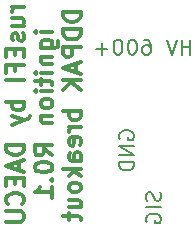
<source format=gbo>
G04 (created by PCBNEW (2013-07-07 BZR 4022)-stable) date 24/10/2014 07:26:06*
%MOIN*%
G04 Gerber Fmt 3.4, Leading zero omitted, Abs format*
%FSLAX34Y34*%
G01*
G70*
G90*
G04 APERTURE LIST*
%ADD10C,0.00590551*%
%ADD11C,0.005*%
%ADD12C,0.011811*%
G04 APERTURE END LIST*
G54D10*
G54D11*
X88371Y-64302D02*
X88371Y-63802D01*
X88371Y-64040D02*
X88085Y-64040D01*
X88085Y-64302D02*
X88085Y-63802D01*
X87919Y-63802D02*
X87752Y-64302D01*
X87585Y-63802D01*
X86823Y-63802D02*
X86919Y-63802D01*
X86966Y-63826D01*
X86990Y-63850D01*
X87038Y-63921D01*
X87061Y-64016D01*
X87061Y-64207D01*
X87038Y-64254D01*
X87014Y-64278D01*
X86966Y-64302D01*
X86871Y-64302D01*
X86823Y-64278D01*
X86800Y-64254D01*
X86776Y-64207D01*
X86776Y-64088D01*
X86800Y-64040D01*
X86823Y-64016D01*
X86871Y-63992D01*
X86966Y-63992D01*
X87014Y-64016D01*
X87038Y-64040D01*
X87061Y-64088D01*
X86466Y-63802D02*
X86419Y-63802D01*
X86371Y-63826D01*
X86347Y-63850D01*
X86323Y-63897D01*
X86300Y-63992D01*
X86300Y-64111D01*
X86323Y-64207D01*
X86347Y-64254D01*
X86371Y-64278D01*
X86419Y-64302D01*
X86466Y-64302D01*
X86514Y-64278D01*
X86538Y-64254D01*
X86561Y-64207D01*
X86585Y-64111D01*
X86585Y-63992D01*
X86561Y-63897D01*
X86538Y-63850D01*
X86514Y-63826D01*
X86466Y-63802D01*
X85990Y-63802D02*
X85942Y-63802D01*
X85895Y-63826D01*
X85871Y-63850D01*
X85847Y-63897D01*
X85823Y-63992D01*
X85823Y-64111D01*
X85847Y-64207D01*
X85871Y-64254D01*
X85895Y-64278D01*
X85942Y-64302D01*
X85990Y-64302D01*
X86038Y-64278D01*
X86061Y-64254D01*
X86085Y-64207D01*
X86109Y-64111D01*
X86109Y-63992D01*
X86085Y-63897D01*
X86061Y-63850D01*
X86038Y-63826D01*
X85990Y-63802D01*
X85609Y-64111D02*
X85228Y-64111D01*
X85419Y-64302D02*
X85419Y-63921D01*
X87378Y-68888D02*
X87402Y-68959D01*
X87402Y-69078D01*
X87378Y-69126D01*
X87354Y-69150D01*
X87307Y-69173D01*
X87259Y-69173D01*
X87211Y-69150D01*
X87188Y-69126D01*
X87164Y-69078D01*
X87140Y-68983D01*
X87116Y-68935D01*
X87092Y-68911D01*
X87045Y-68888D01*
X86997Y-68888D01*
X86950Y-68911D01*
X86926Y-68935D01*
X86902Y-68983D01*
X86902Y-69102D01*
X86926Y-69173D01*
X87402Y-69388D02*
X86902Y-69388D01*
X86926Y-69888D02*
X86902Y-69840D01*
X86902Y-69769D01*
X86926Y-69697D01*
X86973Y-69650D01*
X87021Y-69626D01*
X87116Y-69602D01*
X87188Y-69602D01*
X87283Y-69626D01*
X87330Y-69650D01*
X87378Y-69697D01*
X87402Y-69769D01*
X87402Y-69816D01*
X87378Y-69888D01*
X87354Y-69911D01*
X87188Y-69911D01*
X87188Y-69816D01*
X86026Y-67119D02*
X86002Y-67071D01*
X86002Y-67000D01*
X86026Y-66928D01*
X86073Y-66880D01*
X86121Y-66857D01*
X86216Y-66833D01*
X86288Y-66833D01*
X86383Y-66857D01*
X86430Y-66880D01*
X86478Y-66928D01*
X86502Y-67000D01*
X86502Y-67047D01*
X86478Y-67119D01*
X86454Y-67142D01*
X86288Y-67142D01*
X86288Y-67047D01*
X86502Y-67357D02*
X86002Y-67357D01*
X86502Y-67642D01*
X86002Y-67642D01*
X86502Y-67880D02*
X86002Y-67880D01*
X86002Y-68000D01*
X86026Y-68071D01*
X86073Y-68119D01*
X86121Y-68142D01*
X86216Y-68166D01*
X86288Y-68166D01*
X86383Y-68142D01*
X86430Y-68119D01*
X86478Y-68071D01*
X86502Y-68000D01*
X86502Y-67880D01*
G54D12*
X82839Y-62728D02*
X82445Y-62728D01*
X82557Y-62728D02*
X82501Y-62756D01*
X82473Y-62784D01*
X82445Y-62841D01*
X82445Y-62897D01*
X82445Y-63347D02*
X82839Y-63347D01*
X82445Y-63094D02*
X82754Y-63094D01*
X82810Y-63122D01*
X82839Y-63178D01*
X82839Y-63262D01*
X82810Y-63319D01*
X82782Y-63347D01*
X82810Y-63600D02*
X82839Y-63656D01*
X82839Y-63769D01*
X82810Y-63825D01*
X82754Y-63853D01*
X82726Y-63853D01*
X82670Y-63825D01*
X82642Y-63769D01*
X82642Y-63684D01*
X82614Y-63628D01*
X82557Y-63600D01*
X82529Y-63600D01*
X82473Y-63628D01*
X82445Y-63684D01*
X82445Y-63769D01*
X82473Y-63825D01*
X82529Y-64106D02*
X82529Y-64303D01*
X82839Y-64387D02*
X82839Y-64106D01*
X82248Y-64106D01*
X82248Y-64387D01*
X82529Y-64837D02*
X82529Y-64640D01*
X82839Y-64640D02*
X82248Y-64640D01*
X82248Y-64922D01*
X82839Y-65147D02*
X82248Y-65147D01*
X82839Y-65878D02*
X82248Y-65878D01*
X82473Y-65878D02*
X82445Y-65934D01*
X82445Y-66046D01*
X82473Y-66103D01*
X82501Y-66131D01*
X82557Y-66159D01*
X82726Y-66159D01*
X82782Y-66131D01*
X82810Y-66103D01*
X82839Y-66046D01*
X82839Y-65934D01*
X82810Y-65878D01*
X82445Y-66356D02*
X82839Y-66496D01*
X82445Y-66637D02*
X82839Y-66496D01*
X82979Y-66440D01*
X83007Y-66412D01*
X83035Y-66356D01*
X82839Y-67312D02*
X82248Y-67312D01*
X82248Y-67452D01*
X82276Y-67537D01*
X82332Y-67593D01*
X82389Y-67621D01*
X82501Y-67649D01*
X82585Y-67649D01*
X82698Y-67621D01*
X82754Y-67593D01*
X82810Y-67537D01*
X82839Y-67452D01*
X82839Y-67312D01*
X82670Y-67874D02*
X82670Y-68156D01*
X82839Y-67818D02*
X82248Y-68015D01*
X82839Y-68212D01*
X82529Y-68409D02*
X82529Y-68605D01*
X82839Y-68690D02*
X82839Y-68409D01*
X82248Y-68409D01*
X82248Y-68690D01*
X82782Y-69280D02*
X82810Y-69252D01*
X82839Y-69168D01*
X82839Y-69112D01*
X82810Y-69027D01*
X82754Y-68971D01*
X82698Y-68943D01*
X82585Y-68915D01*
X82501Y-68915D01*
X82389Y-68943D01*
X82332Y-68971D01*
X82276Y-69027D01*
X82248Y-69112D01*
X82248Y-69168D01*
X82276Y-69252D01*
X82304Y-69280D01*
X82248Y-69533D02*
X82726Y-69533D01*
X82782Y-69562D01*
X82810Y-69590D01*
X82839Y-69646D01*
X82839Y-69758D01*
X82810Y-69815D01*
X82782Y-69843D01*
X82726Y-69871D01*
X82248Y-69871D01*
X83783Y-63558D02*
X83390Y-63558D01*
X83193Y-63558D02*
X83221Y-63530D01*
X83249Y-63558D01*
X83221Y-63586D01*
X83193Y-63558D01*
X83249Y-63558D01*
X83390Y-64092D02*
X83868Y-64092D01*
X83924Y-64064D01*
X83952Y-64036D01*
X83980Y-63979D01*
X83980Y-63895D01*
X83952Y-63839D01*
X83755Y-64092D02*
X83783Y-64036D01*
X83783Y-63923D01*
X83755Y-63867D01*
X83727Y-63839D01*
X83671Y-63811D01*
X83502Y-63811D01*
X83446Y-63839D01*
X83418Y-63867D01*
X83390Y-63923D01*
X83390Y-64036D01*
X83418Y-64092D01*
X83390Y-64373D02*
X83783Y-64373D01*
X83446Y-64373D02*
X83418Y-64401D01*
X83390Y-64458D01*
X83390Y-64542D01*
X83418Y-64598D01*
X83474Y-64626D01*
X83783Y-64626D01*
X83783Y-64907D02*
X83390Y-64907D01*
X83193Y-64907D02*
X83221Y-64879D01*
X83249Y-64907D01*
X83221Y-64936D01*
X83193Y-64907D01*
X83249Y-64907D01*
X83390Y-65104D02*
X83390Y-65329D01*
X83193Y-65189D02*
X83699Y-65189D01*
X83755Y-65217D01*
X83783Y-65273D01*
X83783Y-65329D01*
X83783Y-65526D02*
X83390Y-65526D01*
X83193Y-65526D02*
X83221Y-65498D01*
X83249Y-65526D01*
X83221Y-65554D01*
X83193Y-65526D01*
X83249Y-65526D01*
X83783Y-65892D02*
X83755Y-65835D01*
X83727Y-65807D01*
X83671Y-65779D01*
X83502Y-65779D01*
X83446Y-65807D01*
X83418Y-65835D01*
X83390Y-65892D01*
X83390Y-65976D01*
X83418Y-66032D01*
X83446Y-66060D01*
X83502Y-66089D01*
X83671Y-66089D01*
X83727Y-66060D01*
X83755Y-66032D01*
X83783Y-65976D01*
X83783Y-65892D01*
X83390Y-66342D02*
X83783Y-66342D01*
X83446Y-66342D02*
X83418Y-66370D01*
X83390Y-66426D01*
X83390Y-66510D01*
X83418Y-66567D01*
X83474Y-66595D01*
X83783Y-66595D01*
X83783Y-67663D02*
X83502Y-67467D01*
X83783Y-67326D02*
X83193Y-67326D01*
X83193Y-67551D01*
X83221Y-67607D01*
X83249Y-67635D01*
X83305Y-67663D01*
X83390Y-67663D01*
X83446Y-67635D01*
X83474Y-67607D01*
X83502Y-67551D01*
X83502Y-67326D01*
X83193Y-68029D02*
X83193Y-68085D01*
X83221Y-68141D01*
X83249Y-68170D01*
X83305Y-68198D01*
X83418Y-68226D01*
X83558Y-68226D01*
X83671Y-68198D01*
X83727Y-68170D01*
X83755Y-68141D01*
X83783Y-68085D01*
X83783Y-68029D01*
X83755Y-67973D01*
X83727Y-67945D01*
X83671Y-67916D01*
X83558Y-67888D01*
X83418Y-67888D01*
X83305Y-67916D01*
X83249Y-67945D01*
X83221Y-67973D01*
X83193Y-68029D01*
X83727Y-68479D02*
X83755Y-68507D01*
X83783Y-68479D01*
X83755Y-68451D01*
X83727Y-68479D01*
X83783Y-68479D01*
X83783Y-69069D02*
X83783Y-68732D01*
X83783Y-68901D02*
X83193Y-68901D01*
X83277Y-68844D01*
X83333Y-68788D01*
X83362Y-68732D01*
X84728Y-62869D02*
X84138Y-62869D01*
X84138Y-63009D01*
X84166Y-63094D01*
X84222Y-63150D01*
X84278Y-63178D01*
X84391Y-63206D01*
X84475Y-63206D01*
X84588Y-63178D01*
X84644Y-63150D01*
X84700Y-63094D01*
X84728Y-63009D01*
X84728Y-62869D01*
X84728Y-63459D02*
X84138Y-63459D01*
X84138Y-63600D01*
X84166Y-63684D01*
X84222Y-63740D01*
X84278Y-63769D01*
X84391Y-63797D01*
X84475Y-63797D01*
X84588Y-63769D01*
X84644Y-63740D01*
X84700Y-63684D01*
X84728Y-63600D01*
X84728Y-63459D01*
X84728Y-64050D02*
X84138Y-64050D01*
X84138Y-64275D01*
X84166Y-64331D01*
X84194Y-64359D01*
X84250Y-64387D01*
X84335Y-64387D01*
X84391Y-64359D01*
X84419Y-64331D01*
X84447Y-64275D01*
X84447Y-64050D01*
X84560Y-64612D02*
X84560Y-64893D01*
X84728Y-64556D02*
X84138Y-64753D01*
X84728Y-64950D01*
X84728Y-65147D02*
X84138Y-65147D01*
X84728Y-65484D02*
X84391Y-65231D01*
X84138Y-65484D02*
X84475Y-65147D01*
X84728Y-66187D02*
X84138Y-66187D01*
X84363Y-66187D02*
X84335Y-66243D01*
X84335Y-66356D01*
X84363Y-66412D01*
X84391Y-66440D01*
X84447Y-66468D01*
X84616Y-66468D01*
X84672Y-66440D01*
X84700Y-66412D01*
X84728Y-66356D01*
X84728Y-66243D01*
X84700Y-66187D01*
X84728Y-66721D02*
X84335Y-66721D01*
X84447Y-66721D02*
X84391Y-66749D01*
X84363Y-66778D01*
X84335Y-66834D01*
X84335Y-66890D01*
X84700Y-67312D02*
X84728Y-67256D01*
X84728Y-67143D01*
X84700Y-67087D01*
X84644Y-67059D01*
X84419Y-67059D01*
X84363Y-67087D01*
X84335Y-67143D01*
X84335Y-67256D01*
X84363Y-67312D01*
X84419Y-67340D01*
X84475Y-67340D01*
X84531Y-67059D01*
X84728Y-67846D02*
X84419Y-67846D01*
X84363Y-67818D01*
X84335Y-67762D01*
X84335Y-67649D01*
X84363Y-67593D01*
X84700Y-67846D02*
X84728Y-67790D01*
X84728Y-67649D01*
X84700Y-67593D01*
X84644Y-67565D01*
X84588Y-67565D01*
X84531Y-67593D01*
X84503Y-67649D01*
X84503Y-67790D01*
X84475Y-67846D01*
X84728Y-68127D02*
X84138Y-68127D01*
X84503Y-68184D02*
X84728Y-68352D01*
X84335Y-68352D02*
X84560Y-68127D01*
X84728Y-68690D02*
X84700Y-68634D01*
X84672Y-68605D01*
X84616Y-68577D01*
X84447Y-68577D01*
X84391Y-68605D01*
X84363Y-68634D01*
X84335Y-68690D01*
X84335Y-68774D01*
X84363Y-68830D01*
X84391Y-68859D01*
X84447Y-68887D01*
X84616Y-68887D01*
X84672Y-68859D01*
X84700Y-68830D01*
X84728Y-68774D01*
X84728Y-68690D01*
X84335Y-69393D02*
X84728Y-69393D01*
X84335Y-69140D02*
X84644Y-69140D01*
X84700Y-69168D01*
X84728Y-69224D01*
X84728Y-69308D01*
X84700Y-69365D01*
X84672Y-69393D01*
X84335Y-69590D02*
X84335Y-69815D01*
X84138Y-69674D02*
X84644Y-69674D01*
X84700Y-69702D01*
X84728Y-69758D01*
X84728Y-69815D01*
M02*

</source>
